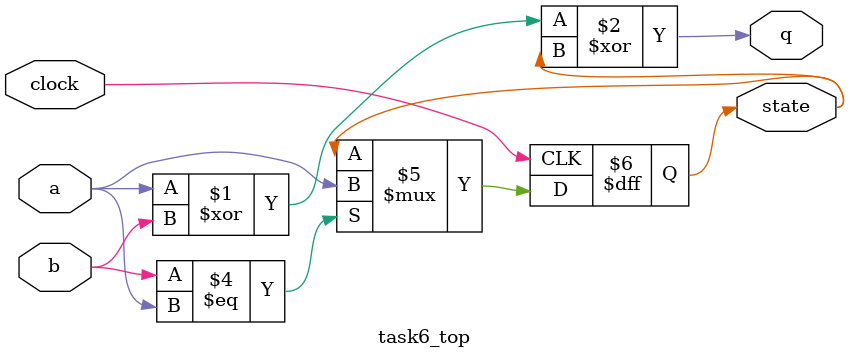
<source format=v>
module task6_top (
    input wire clock,
    input wire a, b,
    output q, 
    output reg state
);

assign q = a ^ b ^ state;

always @(posedge clock) begin
    state <= b==a ? a : state;
end

endmodule

</source>
